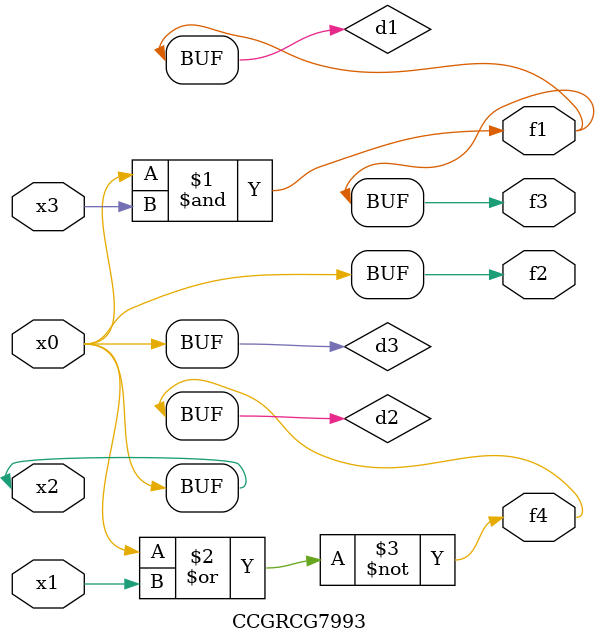
<source format=v>
module CCGRCG7993(
	input x0, x1, x2, x3,
	output f1, f2, f3, f4
);

	wire d1, d2, d3;

	and (d1, x2, x3);
	nor (d2, x0, x1);
	buf (d3, x0, x2);
	assign f1 = d1;
	assign f2 = d3;
	assign f3 = d1;
	assign f4 = d2;
endmodule

</source>
